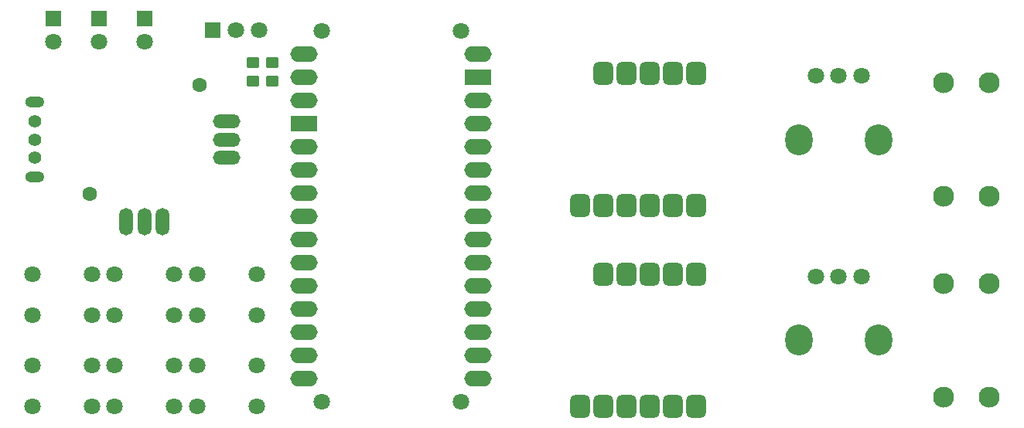
<source format=gts>
G04 #@! TF.GenerationSoftware,KiCad,Pcbnew,7.0.8*
G04 #@! TF.CreationDate,2024-01-12T01:57:03-08:00*
G04 #@! TF.ProjectId,rc_v1,72635f76-312e-46b6-9963-61645f706362,0*
G04 #@! TF.SameCoordinates,Original*
G04 #@! TF.FileFunction,Soldermask,Top*
G04 #@! TF.FilePolarity,Negative*
%FSLAX46Y46*%
G04 Gerber Fmt 4.6, Leading zero omitted, Abs format (unit mm)*
G04 Created by KiCad (PCBNEW 7.0.8) date 2024-01-12 01:57:03*
%MOMM*%
%LPD*%
G01*
G04 APERTURE LIST*
G04 Aperture macros list*
%AMRoundRect*
0 Rectangle with rounded corners*
0 $1 Rounding radius*
0 $2 $3 $4 $5 $6 $7 $8 $9 X,Y pos of 4 corners*
0 Add a 4 corners polygon primitive as box body*
4,1,4,$2,$3,$4,$5,$6,$7,$8,$9,$2,$3,0*
0 Add four circle primitives for the rounded corners*
1,1,$1+$1,$2,$3*
1,1,$1+$1,$4,$5*
1,1,$1+$1,$6,$7*
1,1,$1+$1,$8,$9*
0 Add four rect primitives between the rounded corners*
20,1,$1+$1,$2,$3,$4,$5,0*
20,1,$1+$1,$4,$5,$6,$7,0*
20,1,$1+$1,$6,$7,$8,$9,0*
20,1,$1+$1,$8,$9,$2,$3,0*%
G04 Aperture macros list end*
%ADD10C,1.800000*%
%ADD11RoundRect,0.250000X0.450000X-0.350000X0.450000X0.350000X-0.450000X0.350000X-0.450000X-0.350000X0*%
%ADD12RoundRect,0.550000X-0.550000X-0.700000X0.550000X-0.700000X0.550000X0.700000X-0.550000X0.700000X0*%
%ADD13C,2.300000*%
%ADD14R,1.800000X1.800000*%
%ADD15O,3.000000X3.400000*%
%ADD16O,2.997200X1.727200*%
%ADD17R,2.997200X1.727200*%
%ADD18C,1.400000*%
%ADD19O,2.100000X1.200000*%
%ADD20C,1.600000*%
%ADD21O,3.000000X1.500000*%
%ADD22O,1.500000X3.000000*%
G04 APERTURE END LIST*
D10*
X111750000Y-103750000D03*
X118250000Y-103750000D03*
X111750000Y-108250000D03*
X118250000Y-108250000D03*
D11*
X119995000Y-82585000D03*
X119995000Y-80585000D03*
D12*
X153650000Y-96250000D03*
X156190000Y-96250000D03*
X158730000Y-96250000D03*
X161270000Y-96250000D03*
X163810000Y-96250000D03*
X166350000Y-96250000D03*
X166350000Y-81750000D03*
X163810000Y-81750000D03*
X161270000Y-81750000D03*
X158730000Y-81750000D03*
X156190000Y-81750000D03*
D11*
X117836000Y-82585000D03*
X117836000Y-80585000D03*
D13*
X193500000Y-117250000D03*
X193500000Y-104750000D03*
X198500000Y-117250000D03*
X198500000Y-104750000D03*
X193500000Y-95250000D03*
X193500000Y-82750000D03*
X198500000Y-95250000D03*
X198500000Y-82750000D03*
D14*
X113460000Y-77000000D03*
D10*
X116000000Y-77000000D03*
X118540000Y-77000000D03*
X93750000Y-103750000D03*
X100250000Y-103750000D03*
X93750000Y-108250000D03*
X100250000Y-108250000D03*
D14*
X96000000Y-75730000D03*
D10*
X96000000Y-78270000D03*
X184500000Y-82000000D03*
X182000000Y-82000000D03*
X179500000Y-82000000D03*
D15*
X186400000Y-89000000D03*
X177600000Y-89000000D03*
D10*
X125380000Y-77140000D03*
X125380000Y-117780000D03*
X140620000Y-77140000D03*
X140620000Y-117780000D03*
D16*
X142525000Y-112700000D03*
X142525000Y-87300000D03*
X142525000Y-107620000D03*
X142525000Y-105080000D03*
X142525000Y-102540000D03*
X142525000Y-100000000D03*
X142525000Y-97460000D03*
X142525000Y-94920000D03*
X142525000Y-92380000D03*
X142525000Y-89840000D03*
X142525000Y-110160000D03*
X142525000Y-84760000D03*
X123475000Y-82220000D03*
X123475000Y-79680000D03*
X123475000Y-89840000D03*
X123475000Y-92380000D03*
X123475000Y-94920000D03*
X123475000Y-97460000D03*
X123475000Y-100000000D03*
X123475000Y-102540000D03*
X123475000Y-105080000D03*
X123475000Y-107620000D03*
X123475000Y-110160000D03*
X123475000Y-112700000D03*
X123475000Y-115240000D03*
X142525000Y-115240000D03*
D17*
X123475000Y-87300000D03*
X142525000Y-82220000D03*
D16*
X123475000Y-84760000D03*
X142525000Y-79680000D03*
D18*
X94000000Y-87000000D03*
D19*
X94000000Y-84900000D03*
D18*
X94000000Y-89000000D03*
D19*
X94000000Y-93100000D03*
D18*
X94000000Y-91000000D03*
D10*
X102750000Y-113750000D03*
X109250000Y-113750000D03*
X102750000Y-118250000D03*
X109250000Y-118250000D03*
D12*
X153650000Y-118250000D03*
X156190000Y-118250000D03*
X158730000Y-118250000D03*
X161270000Y-118250000D03*
X163810000Y-118250000D03*
X166350000Y-118250000D03*
X166350000Y-103750000D03*
X163810000Y-103750000D03*
X161270000Y-103750000D03*
X158730000Y-103750000D03*
X156190000Y-103750000D03*
D20*
X100000000Y-95000000D03*
X112000000Y-83000000D03*
D21*
X115000000Y-87000000D03*
X115000000Y-89000000D03*
X115000000Y-91000000D03*
D22*
X104000000Y-98000000D03*
X106000000Y-98000000D03*
X108000000Y-98000000D03*
D10*
X93750000Y-113750000D03*
X100250000Y-113750000D03*
X93750000Y-118250000D03*
X100250000Y-118250000D03*
D14*
X101000000Y-75730000D03*
D10*
X101000000Y-78270000D03*
X111750000Y-113750000D03*
X118250000Y-113750000D03*
X111750000Y-118250000D03*
X118250000Y-118250000D03*
D14*
X106000000Y-75730000D03*
D10*
X106000000Y-78270000D03*
X102750000Y-103750000D03*
X109250000Y-103750000D03*
X102750000Y-108250000D03*
X109250000Y-108250000D03*
X184500000Y-104000000D03*
X182000000Y-104000000D03*
X179500000Y-104000000D03*
D15*
X186400000Y-111000000D03*
X177600000Y-111000000D03*
M02*

</source>
